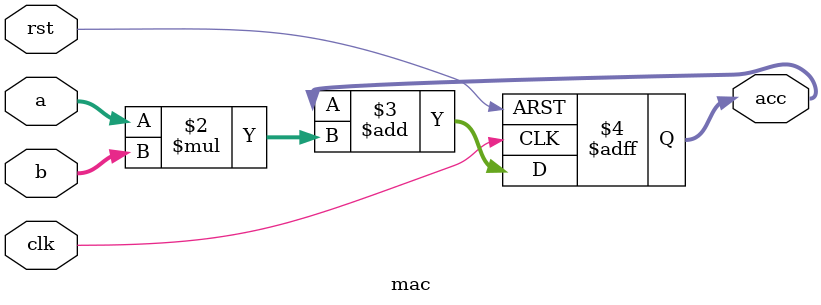
<source format=v>
module mac (
  input clk,
  input rst,
  input signed [15:0] a,
  input signed [15:0] b,
  output reg signed [31:0] acc
);
  always @(posedge clk or posedge rst) begin
    if (rst) acc <= 0;
    else acc <= acc + a * b;
  end
endmodule

</source>
